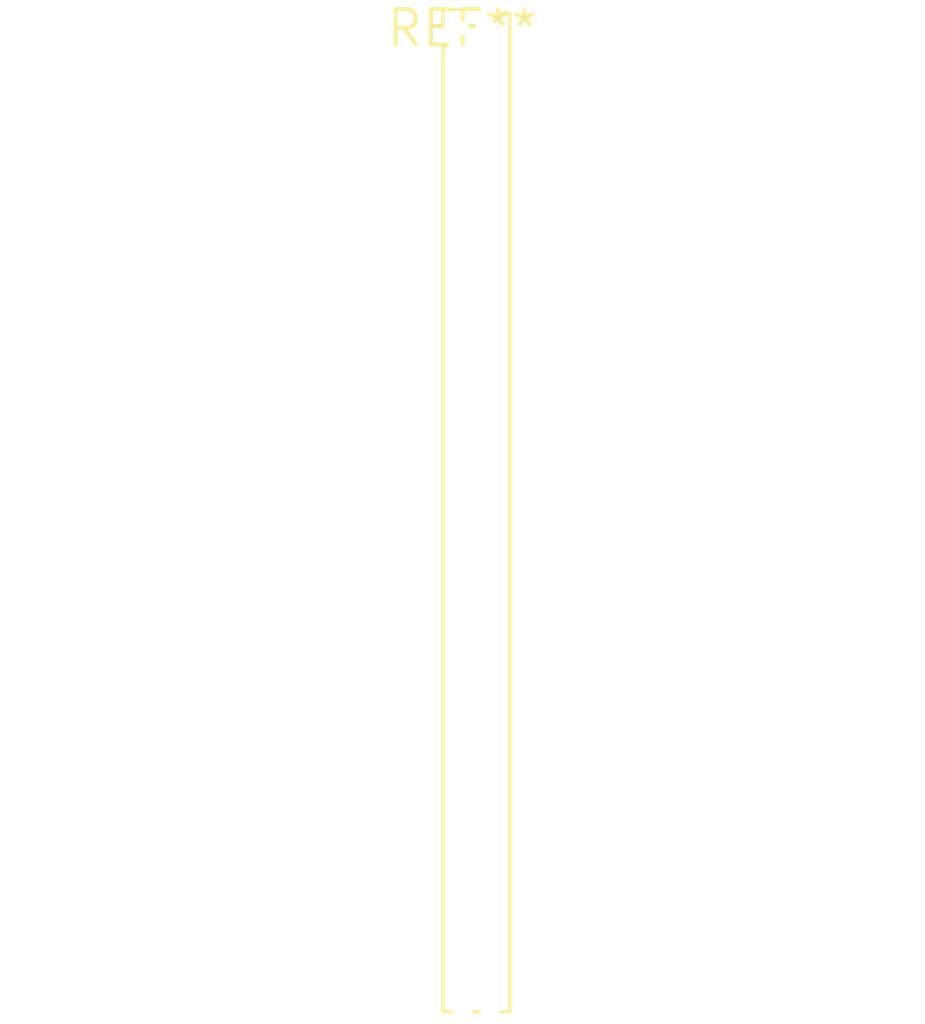
<source format=kicad_pcb>
(kicad_pcb (version 20240108) (generator pcbnew)
  (layers (0 "F.Cu" signal) (31 "B.Cu" signal) (34 "B.Paste" user) (35 "F.Paste" user) (36 "B.SilkS" user "B.Silkscreen") (37 "F.SilkS" user "F.Silkscreen") (38 "B.Mask" user) (39 "F.Mask" user) (44 "Edge.Cuts" user))
  (net 0 "")
  (footprint "PinHeader_2x36_P1.00mm_Vertical" (layer "F.Cu") (at 0 0)
    (property "Reference" "REF**")
    (property "Value" "PinHeader_2x36_P1.00mm_Vertical")
    (fp_line (start -0.71 -0.685) (end 0 -0.685) (layer "F.SilkS") (stroke (width 0.12)))
    (fp_line (start -0.71 0) (end -0.71 -0.685) (layer "F.SilkS") (stroke (width 0.12)))
    (fp_line (start -0.71 0.685) (end -0.71 35.56) (layer "F.SilkS") (stroke (width 0.12)))
    (fp_line (start -0.71 0.685) (end -0.608276 0.685) (layer "F.SilkS") (stroke (width 0.12)))
    (fp_line (start -0.71 35.56) (end -0.394493 35.56) (layer "F.SilkS") (stroke (width 0.12)))
    (fp_line (start 0.394493 35.56) (end 0.605507 35.56) (layer "F.SilkS") (stroke (width 0.12)))
    (fp_line (start 1.394493 -0.56) (end 1.71 -0.56) (layer "F.SilkS") (stroke (width 0.12)))
    (fp_line (start 1.394493 35.56) (end 1.71 35.56) (layer "F.SilkS") (stroke (width 0.12)))
    (fp_line (start 1.71 -0.56) (end 1.71 35.56) (layer "F.SilkS") (stroke (width 0.12)))
    (pad "1" thru_hole rect (at 0 0) (size 0.85 0.85) (drill 0.5) (layers *.Cu *.Mask) (remove_unused_layers))
    (pad "2" thru_hole oval (at 1 0) (size 0.85 0.85) (drill 0.5) (layers *.Cu *.Mask) (remove_unused_layers))
    (pad "3" thru_hole oval (at 0 1) (size 0.85 0.85) (drill 0.5) (layers *.Cu *.Mask) (remove_unused_layers))
    (pad "4" thru_hole oval (at 1 1) (size 0.85 0.85) (drill 0.5) (layers *.Cu *.Mask) (remove_unused_layers))
    (pad "5" thru_hole oval (at 0 2) (size 0.85 0.85) (drill 0.5) (layers *.Cu *.Mask) (remove_unused_layers))
    (pad "6" thru_hole oval (at 1 2) (size 0.85 0.85) (drill 0.5) (layers *.Cu *.Mask) (remove_unused_layers))
    (pad "7" thru_hole oval (at 0 3) (size 0.85 0.85) (drill 0.5) (layers *.Cu *.Mask) (remove_unused_layers))
    (pad "8" thru_hole oval (at 1 3) (size 0.85 0.85) (drill 0.5) (layers *.Cu *.Mask) (remove_unused_layers))
    (pad "9" thru_hole oval (at 0 4) (size 0.85 0.85) (drill 0.5) (layers *.Cu *.Mask) (remove_unused_layers))
    (pad "10" thru_hole oval (at 1 4) (size 0.85 0.85) (drill 0.5) (layers *.Cu *.Mask) (remove_unused_layers))
    (pad "11" thru_hole oval (at 0 5) (size 0.85 0.85) (drill 0.5) (layers *.Cu *.Mask) (remove_unused_layers))
    (pad "12" thru_hole oval (at 1 5) (size 0.85 0.85) (drill 0.5) (layers *.Cu *.Mask) (remove_unused_layers))
    (pad "13" thru_hole oval (at 0 6) (size 0.85 0.85) (drill 0.5) (layers *.Cu *.Mask) (remove_unused_layers))
    (pad "14" thru_hole oval (at 1 6) (size 0.85 0.85) (drill 0.5) (layers *.Cu *.Mask) (remove_unused_layers))
    (pad "15" thru_hole oval (at 0 7) (size 0.85 0.85) (drill 0.5) (layers *.Cu *.Mask) (remove_unused_layers))
    (pad "16" thru_hole oval (at 1 7) (size 0.85 0.85) (drill 0.5) (layers *.Cu *.Mask) (remove_unused_layers))
    (pad "17" thru_hole oval (at 0 8) (size 0.85 0.85) (drill 0.5) (layers *.Cu *.Mask) (remove_unused_layers))
    (pad "18" thru_hole oval (at 1 8) (size 0.85 0.85) (drill 0.5) (layers *.Cu *.Mask) (remove_unused_layers))
    (pad "19" thru_hole oval (at 0 9) (size 0.85 0.85) (drill 0.5) (layers *.Cu *.Mask) (remove_unused_layers))
    (pad "20" thru_hole oval (at 1 9) (size 0.85 0.85) (drill 0.5) (layers *.Cu *.Mask) (remove_unused_layers))
    (pad "21" thru_hole oval (at 0 10) (size 0.85 0.85) (drill 0.5) (layers *.Cu *.Mask) (remove_unused_layers))
    (pad "22" thru_hole oval (at 1 10) (size 0.85 0.85) (drill 0.5) (layers *.Cu *.Mask) (remove_unused_layers))
    (pad "23" thru_hole oval (at 0 11) (size 0.85 0.85) (drill 0.5) (layers *.Cu *.Mask) (remove_unused_layers))
    (pad "24" thru_hole oval (at 1 11) (size 0.85 0.85) (drill 0.5) (layers *.Cu *.Mask) (remove_unused_layers))
    (pad "25" thru_hole oval (at 0 12) (size 0.85 0.85) (drill 0.5) (layers *.Cu *.Mask) (remove_unused_layers))
    (pad "26" thru_hole oval (at 1 12) (size 0.85 0.85) (drill 0.5) (layers *.Cu *.Mask) (remove_unused_layers))
    (pad "27" thru_hole oval (at 0 13) (size 0.85 0.85) (drill 0.5) (layers *.Cu *.Mask) (remove_unused_layers))
    (pad "28" thru_hole oval (at 1 13) (size 0.85 0.85) (drill 0.5) (layers *.Cu *.Mask) (remove_unused_layers))
    (pad "29" thru_hole oval (at 0 14) (size 0.85 0.85) (drill 0.5) (layers *.Cu *.Mask) (remove_unused_layers))
    (pad "30" thru_hole oval (at 1 14) (size 0.85 0.85) (drill 0.5) (layers *.Cu *.Mask) (remove_unused_layers))
    (pad "31" thru_hole oval (at 0 15) (size 0.85 0.85) (drill 0.5) (layers *.Cu *.Mask) (remove_unused_layers))
    (pad "32" thru_hole oval (at 1 15) (size 0.85 0.85) (drill 0.5) (layers *.Cu *.Mask) (remove_unused_layers))
    (pad "33" thru_hole oval (at 0 16) (size 0.85 0.85) (drill 0.5) (layers *.Cu *.Mask) (remove_unused_layers))
    (pad "34" thru_hole oval (at 1 16) (size 0.85 0.85) (drill 0.5) (layers *.Cu *.Mask) (remove_unused_layers))
    (pad "35" thru_hole oval (at 0 17) (size 0.85 0.85) (drill 0.5) (layers *.Cu *.Mask) (remove_unused_layers))
    (pad "36" thru_hole oval (at 1 17) (size 0.85 0.85) (drill 0.5) (layers *.Cu *.Mask) (remove_unused_layers))
    (pad "37" thru_hole oval (at 0 18) (size 0.85 0.85) (drill 0.5) (layers *.Cu *.Mask) (remove_unused_layers))
    (pad "38" thru_hole oval (at 1 18) (size 0.85 0.85) (drill 0.5) (layers *.Cu *.Mask) (remove_unused_layers))
    (pad "39" thru_hole oval (at 0 19) (size 0.85 0.85) (drill 0.5) (layers *.Cu *.Mask) (remove_unused_layers))
    (pad "40" thru_hole oval (at 1 19) (size 0.85 0.85) (drill 0.5) (layers *.Cu *.Mask) (remove_unused_layers))
    (pad "41" thru_hole oval (at 0 20) (size 0.85 0.85) (drill 0.5) (layers *.Cu *.Mask) (remove_unused_layers))
    (pad "42" thru_hole oval (at 1 20) (size 0.85 0.85) (drill 0.5) (layers *.Cu *.Mask) (remove_unused_layers))
    (pad "43" thru_hole oval (at 0 21) (size 0.85 0.85) (drill 0.5) (layers *.Cu *.Mask) (remove_unused_layers))
    (pad "44" thru_hole oval (at 1 21) (size 0.85 0.85) (drill 0.5) (layers *.Cu *.Mask) (remove_unused_layers))
    (pad "45" thru_hole oval (at 0 22) (size 0.85 0.85) (drill 0.5) (layers *.Cu *.Mask) (remove_unused_layers))
    (pad "46" thru_hole oval (at 1 22) (size 0.85 0.85) (drill 0.5) (layers *.Cu *.Mask) (remove_unused_layers))
    (pad "47" thru_hole oval (at 0 23) (size 0.85 0.85) (drill 0.5) (layers *.Cu *.Mask) (remove_unused_layers))
    (pad "48" thru_hole oval (at 1 23) (size 0.85 0.85) (drill 0.5) (layers *.Cu *.Mask) (remove_unused_layers))
    (pad "49" thru_hole oval (at 0 24) (size 0.85 0.85) (drill 0.5) (layers *.Cu *.Mask) (remove_unused_layers))
    (pad "50" thru_hole oval (at 1 24) (size 0.85 0.85) (drill 0.5) (layers *.Cu *.Mask) (remove_unused_layers))
    (pad "51" thru_hole oval (at 0 25) (size 0.85 0.85) (drill 0.5) (layers *.Cu *.Mask) (remove_unused_layers))
    (pad "52" thru_hole oval (at 1 25) (size 0.85 0.85) (drill 0.5) (layers *.Cu *.Mask) (remove_unused_layers))
    (pad "53" thru_hole oval (at 0 26) (size 0.85 0.85) (drill 0.5) (layers *.Cu *.Mask) (remove_unused_layers))
    (pad "54" thru_hole oval (at 1 26) (size 0.85 0.85) (drill 0.5) (layers *.Cu *.Mask) (remove_unused_layers))
    (pad "55" thru_hole oval (at 0 27) (size 0.85 0.85) (drill 0.5) (layers *.Cu *.Mask) (remove_unused_layers))
    (pad "56" thru_hole oval (at 1 27) (size 0.85 0.85) (drill 0.5) (layers *.Cu *.Mask) (remove_unused_layers))
    (pad "57" thru_hole oval (at 0 28) (size 0.85 0.85) (drill 0.5) (layers *.Cu *.Mask) (remove_unused_layers))
    (pad "58" thru_hole oval (at 1 28) (size 0.85 0.85) (drill 0.5) (layers *.Cu *.Mask) (remove_unused_layers))
    (pad "59" thru_hole oval (at 0 29) (size 0.85 0.85) (drill 0.5) (layers *.Cu *.Mask) (remove_unused_layers))
    (pad "60" thru_hole oval (at 1 29) (size 0.85 0.85) (drill 0.5) (layers *.Cu *.Mask) (remove_unused_layers))
    (pad "61" thru_hole oval (at 0 30) (size 0.85 0.85) (drill 0.5) (layers *.Cu *.Mask) (remove_unused_layers))
    (pad "62" thru_hole oval (at 1 30) (size 0.85 0.85) (drill 0.5) (layers *.Cu *.Mask) (remove_unused_layers))
    (pad "63" thru_hole oval (at 0 31) (size 0.85 0.85) (drill 0.5) (layers *.Cu *.Mask) (remove_unused_layers))
    (pad "64" thru_hole oval (at 1 31) (size 0.85 0.85) (drill 0.5) (layers *.Cu *.Mask) (remove_unused_layers))
    (pad "65" thru_hole oval (at 0 32) (size 0.85 0.85) (drill 0.5) (layers *.Cu *.Mask) (remove_unused_layers))
    (pad "66" thru_hole oval (at 1 32) (size 0.85 0.85) (drill 0.5) (layers *.Cu *.Mask) (remove_unused_layers))
    (pad "67" thru_hole oval (at 0 33) (size 0.85 0.85) (drill 0.5) (layers *.Cu *.Mask) (remove_unused_layers))
    (pad "68" thru_hole oval (at 1 33) (size 0.85 0.85) (drill 0.5) (layers *.Cu *.Mask) (remove_unused_layers))
    (pad "69" thru_hole oval (at 0 34) (size 0.85 0.85) (drill 0.5) (layers *.Cu *.Mask) (remove_unused_layers))
    (pad "70" thru_hole oval (at 1 34) (size 0.85 0.85) (drill 0.5) (layers *.Cu *.Mask) (remove_unused_layers))
    (pad "71" thru_hole oval (at 0 35) (size 0.85 0.85) (drill 0.5) (layers *.Cu *.Mask) (remove_unused_layers))
    (pad "72" thru_hole oval (at 1 35) (size 0.85 0.85) (drill 0.5) (layers *.Cu *.Mask) (remove_unused_layers))
  )
)
</source>
